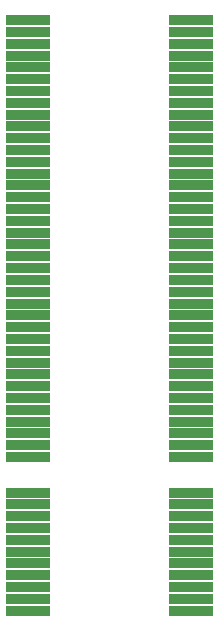
<source format=gts>
G04*
G04 #@! TF.GenerationSoftware,Altium Limited,Altium Designer,22.11.1 (43)*
G04*
G04 Layer_Color=8388736*
%FSLAX25Y25*%
%MOIN*%
G70*
G04*
G04 #@! TF.SameCoordinates,32AA8D28-F0FA-49C7-A1B0-27AA3852E6AF*
G04*
G04*
G04 #@! TF.FilePolarity,Negative*
G04*
G01*
G75*
%ADD13R,0.14973X0.03556*%
D13*
X8268Y199213D02*
D03*
Y195276D02*
D03*
Y191339D02*
D03*
Y187402D02*
D03*
Y183465D02*
D03*
Y179528D02*
D03*
Y175591D02*
D03*
Y171653D02*
D03*
Y167717D02*
D03*
Y163779D02*
D03*
Y159843D02*
D03*
Y155905D02*
D03*
Y151969D02*
D03*
Y148031D02*
D03*
Y144095D02*
D03*
Y140157D02*
D03*
Y136221D02*
D03*
Y132283D02*
D03*
Y128347D02*
D03*
Y124409D02*
D03*
Y120472D02*
D03*
Y116535D02*
D03*
Y112598D02*
D03*
Y108661D02*
D03*
Y104724D02*
D03*
Y100787D02*
D03*
Y96850D02*
D03*
Y92913D02*
D03*
Y88976D02*
D03*
Y85039D02*
D03*
Y81102D02*
D03*
Y77165D02*
D03*
Y73228D02*
D03*
Y69291D02*
D03*
Y65354D02*
D03*
Y61417D02*
D03*
Y57480D02*
D03*
Y53543D02*
D03*
Y41732D02*
D03*
Y37795D02*
D03*
Y33858D02*
D03*
Y29921D02*
D03*
Y25984D02*
D03*
Y22047D02*
D03*
Y18110D02*
D03*
Y14173D02*
D03*
Y10236D02*
D03*
Y6299D02*
D03*
Y2362D02*
D03*
X62598Y199213D02*
D03*
Y195276D02*
D03*
Y191339D02*
D03*
Y187402D02*
D03*
Y183465D02*
D03*
Y179528D02*
D03*
Y175591D02*
D03*
Y171653D02*
D03*
Y167717D02*
D03*
Y163779D02*
D03*
Y159843D02*
D03*
Y155905D02*
D03*
Y151969D02*
D03*
Y148031D02*
D03*
Y144095D02*
D03*
Y140157D02*
D03*
Y136221D02*
D03*
Y132283D02*
D03*
Y128347D02*
D03*
Y124409D02*
D03*
Y120472D02*
D03*
Y116535D02*
D03*
Y112598D02*
D03*
Y108661D02*
D03*
Y104724D02*
D03*
Y100787D02*
D03*
Y96850D02*
D03*
Y92913D02*
D03*
Y88976D02*
D03*
Y85039D02*
D03*
Y81102D02*
D03*
Y77165D02*
D03*
Y73228D02*
D03*
Y69291D02*
D03*
Y65354D02*
D03*
Y61417D02*
D03*
Y57480D02*
D03*
Y53543D02*
D03*
Y41732D02*
D03*
Y37795D02*
D03*
Y33858D02*
D03*
Y29921D02*
D03*
Y25984D02*
D03*
Y22047D02*
D03*
Y18110D02*
D03*
Y14173D02*
D03*
Y10236D02*
D03*
Y6299D02*
D03*
Y2362D02*
D03*
M02*

</source>
